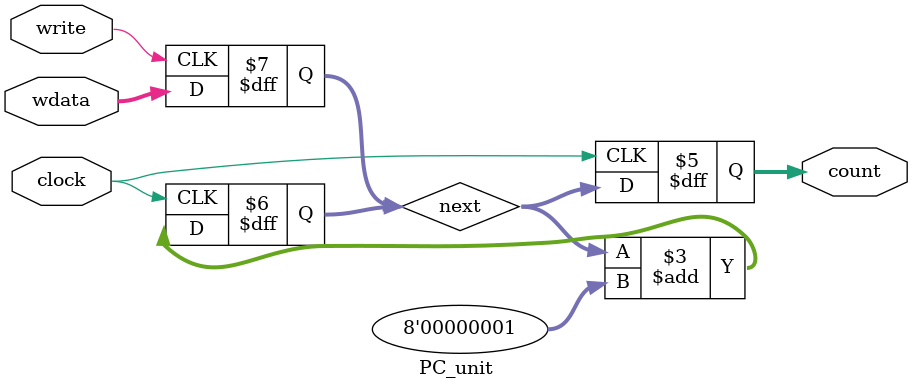
<source format=v>
module PC_unit(
  input wire clock,
  input wire write,
  input wire [7:0] wdata,
  output reg [7:0] count
);

  reg[7:0] next;

  initial
  begin
	count <= 8'h00;
	next <= 8'h01;
  end

  always @(posedge write)
    next <= wdata;

  always @(posedge clock)
  begin
      count <= next;
      next <= next + 8'h01;
  end

endmodule

</source>
